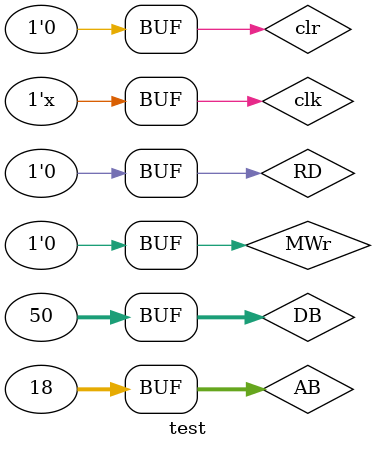
<source format=v>
`timescale 1ns / 1ps


module test;

	// Inputs
	reg clk; // ÏµÍ³Ê±ÖÓ£¨ÓÃÓÚ¼ÆÊýÆ÷¼ÆÊý¿ØÖÆµÈ²Ù×÷£©
	reg clr; // ÏµÍ³×ÜÇåÁãÐÅºÅ£¨ÇåÇø±í´æ´¢Æ÷¡¢¼ÆÊýÆ÷£©
	reg [31:0] AB; // CPU·ÃÎÊÄÚ´æµÄµØÖ·£¨µØÖ·×ÜÏß£©
	reg [31:0] DB; // 32Î»Êý¾ÝÎªDB31..DB0£¨Êý¾Ý×ÜÏß£©

	reg MWr; // MWr£¨Îª1£¬Ð´£©ÎªÖ÷´æµÄÐ´ÐÅºÅ
	reg RD; // RD£¨Îª0£¬¶Á£©ÎªCacheµÄ¶ÁÐÅºÅ
	wire hit; // ÊÇ·ñÃüÖÐ±êÖ¾
	wire [31:0] MD; // Ö÷´æËÍCacheµÄÊý¾Ý
	wire [31:0] D; // CacheËÍCPUÊý¾Ý
	wire MRd; // MRd£¨Îª0£¬¶Á£©ÎªÖ÷´æµÄ¶ÁÐÅºÅ
	wire WCT; // Ð´CacheÇø±í´æ´¢Æ÷ÐÅºÅ

	// Instantiate the Unit Under Test (UUT)
	CACHE CACHE (
		.AB(AB), 
		.DB(DB), 
		.MWr(MWr), 
		.RD(RD), 
		.hit(hit),
		.clk(clk),
		.clr(clr), 
		.MD(MD), 
		.D(D), 
		.MRd(MRd), 
		.WCT(WCT)
	);
	RAM RAM (
	   .AB(AB),
		.DB(DB),
		.MWr(MWr),
		.MRd(MRd),
		.clk(clk),
		.clr(clr),
		.MD(MD)
	);
	TABLE TABLE (
		.AB(AB),
		.DB(DB),
		.clr(clr),
		.WCT(WCT),
		.MWr(MWr),
		.hit(hit)
	);

	// £¨Ò»£©¶ÁCacheµÄÇé¿ö£¬
	// 1¡¢Cache ÖÐÓÐ¸ÃµØÖ·Êý¾Ý£¬Ö±½Ó¶ÁCache µÄÊý¾ÝËÍCPU¡£
	// 2¡¢Cache ÖÐÎÞ¸ÃµØÖ·Êý¾Ý£¬Ôò±ØÐë´Ó´æ´¢Æ÷¶ÁÈ¡¸ÃµØÖ·Êý¾ÝÐ´ÈëCache£¬È»ºóËÍCPU¡£

	// £¨¶þ£©ÐÞ¸ÄCacheºÍ´æ´¢Æ÷
	// Èç¹ûCacheÖÐÓÐ¸ÃµØÖ·¿éÊý¾Ý£¬ÔòÐÞ¸Ä£¨Ã»ÓÐ¾ÍÃ»ÓÐµÄ¸ÄÁË£©£¬Í¬Ê±ÐÞ¸Ä´æ´¢Æ÷¸ÃµØÖ·µ¥ÔªÊý¾Ý¡£


	initial begin
		// Initialize Inputs
      clk = 0;
		clr = 1;
		// Add stimulus here
		#10;
		clr = 0;
		#10;

		// Ð´Êý¾Ý10£¨Ê®½øÖÆ£¬Õ¼ËÄ¸ö×Ö½Ú£¬ËÄ¸öµ¥Ôª£©£¬ 
		// CacheÎª¿Õ£¬Ã»ÓÐ¸ÃµØÖ·¿éÊý¾Ý£¬Ö»ÐÞ¸Ä´æ´¢Æ÷¸ÃµØÖ·µ¥ÔªÊý¾Ý
		// ´æ´¢Æ÷ÖÐ´Ó0x1¿ªÊ¼´æ·Å£¬Õ¼4¸öµ¥Ôª
		AB = 32'b00000000000000000000000000000001;  
		DB = 10;
		RD = 1;
		MWr = 1;
		#50;

		// Ð´Êý¾Ý20£¬ CacheÎª¿Õ£¬Ã»ÓÐ¸ÃµØÖ·¿éÊý¾Ý£¬Ö»ÐÞ¸Ä´æ´¢Æ÷¸ÃµØÖ·µ¥ÔªÊý¾Ý
		AB = 32'b00000000000000000000000000010010;
		DB = 20;
		RD  = 1;
		MWr = 1;
		#50;

		// Ð´Êý¾Ý30£¬ CacheÎª¿Õ£¬Ã»ÓÐ¸ÃµØÖ·¿éÊý¾Ý£¬Ö»ÐÞ¸Ä´æ´¢Æ÷¸ÃµØÖ·µ¥ÔªÊý¾Ý
		AB = 32'b00000000000001000000000000110000;  // 0x40030
		DB = 30;
		RD = 1;
		MWr = 1;
		#50;

	   // ¶ÁÊý¾Ý£¬CacheÎª¿Õ£¬ÎÞ¸ÃµØÖ·Êý¾Ý£¬Ôò±ØÐë´Ó´æ´¢Æ÷¶ÁÈ¡¸ÃµØÖ·Êý¾ÝÐ´ÈëCache£¬È»ºóËÍCPU
	   // AB = 32'b00000000000001£¨14Î»£¬ÇøºÅ£¬ÔÚ×îµÍÎ»¼ÓÒ»Î»ÓÐÐ§Î»1£¬µÃÊ®ÎåÎ»¶þ½øÖÆÊý11£¬´æµ½Çø±í´æ´¢Æ÷µÄ¸ù¾Ý¿éºÅÕÒµ½µÄµØÖ·µ¥Ôª£©
		// 00000000000011£¨14Î»¿éºÅ£©0000£¨4Î»£¬¿éÄÚµØÖ·£©´Ó´æ´¢Æ÷¶ÁÈ¡Êý¾Ý30Ð´ÈëcacheµÄµÚ3¿éµÄµÚ0-3¸öµ¥Ôª£¨¼´110000µØÖ·£©
		AB = 32'b00000000000001000000000000110000;
		RD = 0;
		MWr = 0;
		#50;

		// ¶ÁÊý¾Ý£¬CacheÎª¿Õ£¬ÎÞ¸ÃµØÖ·Êý¾Ý£¬Ôò±ØÐë´Ó´æ´¢Æ÷¶ÁÈ¡¸ÃµØÖ·Êý¾ÝÐ´ÈëCache£¬È»ºóËÍCPU
	   // AB = 32'b00000000000000£¨14Î»£¬ÇøºÅ£¬ÔÚ×îµÍÎ»¼ÓÒ»Î»ÓÐÐ§Î»1£¬µÃÊ®ÎåÎ»¶þ½øÖÆÊý1£¬´æµ½Çø±í´æ´¢Æ÷µÄ¸ù¾Ý¿éºÅÕÒµ½µÄµØÖ·µ¥Ôª£©
		// 00000000000001£¨14Î»¿éºÅ£©0010£¨4Î»£¬¿éÄÚµØÖ·£©´Ó´æ´¢Æ÷¶ÁÈ¡Êý¾Ý20Ð´ÈëcacheµÄµÚ1¿éµÄµÚ2-5¸öµ¥Ôª£¨¼´10010µØÖ·£©
		AB = 32'b00000000000000000000000000010010;
		RD  = 0;
		MWr = 0;
		#50;

		// Ð´Êý¾Ý40£¬ CacheÖÐÓÐ¸ÃµØÖ·¿éÊý¾Ý£¬ÐÞ¸Äcache£¬Í¬Ê±ÐÞ¸Ä´æ´¢Æ÷¸ÃµØÖ·µ¥ÔªÊý¾Ý¡£
		AB = 32'b00000000000001000000000000110000;
		DB = 40;
		RD = 1;
		MWr = 1;
		#50;

		// Ð´Êý¾Ý50£¬ CacheÖÐÃ»ÓÐ¸ÃµØÖ·¿éÊý¾Ý£¬Ã»ÓÐÃüÖÐ£¬Ö»ÐÞ¸Ä´æ´¢Æ÷¸ÃµØÖ·µ¥ÔªÊý¾Ý
		// ¿éºÅ11ºÍÇ°ÃæÏàÍ¬£¬µ«´ËÊ±CacheÖÐblock3ÒÑ¾­²»ÔÙ¶ÔÓ¦µØÖ·0x000c0034ËùÊôµÄblock£¬ËùÒÔÇø±í´æ´¢Æ÷ÐèÒª½«block3Ëù¶ÔÓ¦µÄ±êÖ¾Î»ÉèÎª0
		AB = 32'b00000000000011000000000000110100;
		DB = 50;
		MWr = 1;
		RD = 1;
		#50;

		// ¶ÁÊý¾Ý£¬Cache ÖÐÎÞ¸ÃµØÖ·Êý¾Ý£¬Ôò±ØÐë´Ó´æ´¢Æ÷¶ÁÈ¡¸ÃµØÖ·Êý¾ÝÐ´ÈëCache£¬È»ºóËÍCPU¡£
		AB = 32'b00000000000011000000000000110100;  //read
		MWr = 0;
		RD = 0;
		#50;

		// ¶ÁÊý¾Ý£¬Cache ÖÐÓÐ¸ÃµØÖ·Êý¾Ý£¬Ö±½Ó¶ÁCache µÄÊý¾ÝËÍCPU¡£
		AB = 32'b00000000000000000000000000010010;  //read
		RD = 0;
		MWr = 0;
		#50;
		
		#50;
	end
   always #5 clk=~clk;
endmodule


</source>
